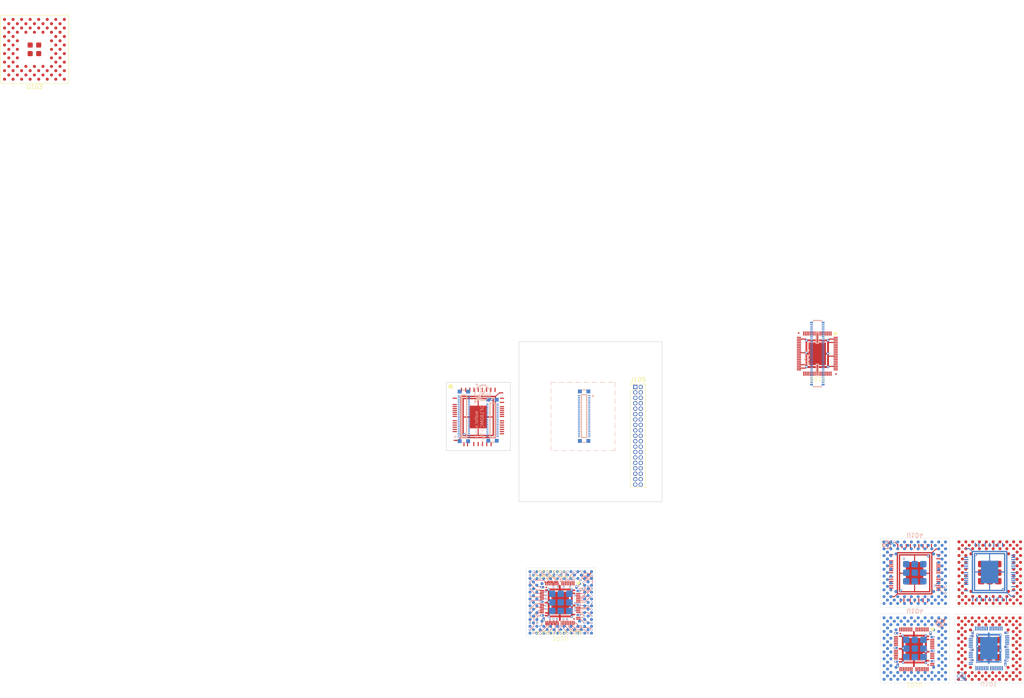
<source format=kicad_pcb>
(kicad_pcb (version 20241229) (generator "pcbnew") (generator_version "9.0")
  (layers (0 "F.Cu" signal) (2 "B.Cu" signal) (13 "F.Paste" user) (15 "B.Paste" user) (5 "F.SilkS" user "F.Silkscreen") (7 "B.SilkS" user "B.Silkscreen") (1 "F.Mask" user) (3 "B.Mask" user) (25 "Edge.Cuts" user))
  (net 0 "")
  (net 1 "/PIN 34")
  (net 2 "/PIN 11")
  (net 3 "/PIN 9")
  (net 4 "/PIN 18")
  (net 5 "/PIN 28")
  (net 6 "/PIN 66")
  (net 7 "/PIN 13")
  (net 8 "/PIN 55")
  (net 9 "/PIN 53")
  (net 10 "/PIN 1")
  (net 11 "/PIN 39")
  (net 12 "/PIN 44")
  (net 13 "/PIN 20")
  (net 14 "/PIN 3")
  (net 15 "/PIN 32")
  (net 16 "/PIN 26")
  (net 17 "/PIN 68")
  (net 18 "/PIN 65")
  (net 19 "/PIN 5")
  (net 20 "/PIN 37")
  (net 21 "/PIN 7")
  (net 22 "/PIN 45")
  (net 23 "/PIN 24")
  (net 24 "/PIN 51")
  (net 25 "/PIN 8")
  (net 26 "/PIN 46")
  (net 27 "/PIN 42")
  (net 28 "/PIN 36")
  (net 29 "/PIN 15")
  (net 30 "/PIN 14")
  (net 31 "GND")
  (net 32 "/PIN 16")
  (net 33 "/PIN 22")
  (net 34 "/PIN 43")
  (net 35 "/PIN 67")
  (net 36 "/PIN 12")
  (net 37 "/PIN 41")
  (net 38 "/PIN 56")
  (net 39 "/PIN 62")
  (net 40 "/PIN 31")
  (net 41 "/PIN 63")
  (net 42 "unconnected-(U101-flash_csb-Pad17)")
  (net 43 "unconnected-(U101-mprj_io[23]-Pad45)")
  (net 44 "unconnected-(U101-mprj_io[0]_JTAG-Pad22)")
  (net 45 "unconnected-(U101-vdd-Pad47)")
  (net 46 "unconnected-(U101-mprj_io[22]-Pad44)")
  (net 47 "unconnected-(U101-mprj_io[1]_SDO-Pad23)")
  (net 48 "unconnected-(U101-mprj_io[7]-Pad29)")
  (net 50 "unconnected-(U101-mprj_io[21]-Pad43)")
  (net 51 "unconnected-(U101-resetb-Pad15)")
  (net 52 "unconnected-(U101-mprj_io[6]_ser_tx-Pad28)")
  (net 53 "unconnected-(U101-mprj_io[9]-Pad31)")
  (net 54 "unconnected-(U101-mprj_io[13]-Pad35)")
  (net 55 "unconnected-(U101-clock-Pad16)")
  (net 56 "unconnected-(U101-mprj_io[36]-Pad13)")
  (net 57 "unconnected-(U101-mprj_io[3]_CSB-Pad25)")
  (net 58 "unconnected-(U101-mprj_io[35]-Pad12)")
  (net 59 "unconnected-(U101-mprj_io[29]-Pad6)")
  (net 60 "unconnected-(U101-mprj_io[19]-Pad41)")
  (net 61 "unconnected-(U101-mprj_io[18]-Pad40)")
  (net 62 "unconnected-(U101-mprj_io[20]-Pad42)")
  (net 63 "unconnected-(U101-gpio-Pad21)")
  (net 64 "unconnected-(U101-mprj_io[8]-Pad30)")
  (net 66 "unconnected-(U101-flash_clk-Pad18)")
  (net 67 "unconnected-(U101-mprj_io[32]-Pad9)")
  (net 68 "unconnected-(U101-mprj_io[34]-Pad11)")
  (net 69 "unconnected-(U101-mprj_io[2]_SDI-Pad24)")
  (net 70 "unconnected-(U101-mprj_io[26]-Pad3)")
  (net 71 "unconnected-(U101-mprj_io[30]-Pad7)")
  (net 72 "unconnected-(U101-mprj_io[24]-Pad1)")
  (net 73 "unconnected-(U101-mprj_io[4]_SCK-Pad26)")
  (net 74 "unconnected-(U101-mprj_io[28]-Pad5)")
  (net 75 "unconnected-(U101-flash_io1-Pad20)")
  (net 77 "unconnected-(U101-vss-Pad48)")
  (net 78 "unconnected-(U101-mprj_io[15]-Pad37)")
  (net 79 "unconnected-(U101-mprj_io[16]-Pad38)")
  (net 80 "unconnected-(U101-mprj_io[17]-Pad39)")
  (net 82 "unconnected-(U101-mprj_io[25]-Pad2)")
  (net 83 "unconnected-(U101-mprj_io[31]-Pad8)")
  (net 84 "unconnected-(U101-mprj_io[33]-Pad10)")
  (net 85 "unconnected-(U101-mprj_io[10]-Pad32)")
  (net 86 "unconnected-(U101-mprj_io[37]-Pad14)")
  (net 87 "unconnected-(U101-mprj_io[11]-Pad33)")
  (net 88 "unconnected-(U101-mprj_io[27]-Pad4)")
  (net 89 "/PIN 69")
  (net 90 "/PIN 38")
  (net 91 "/PIN 25")
  (net 92 "/PIN 33")
  (net 93 "/PIN 59")
  (net 94 "/PIN 49")
  (net 95 "/PIN 40")
  (net 96 "/PIN 52")
  (net 97 "/PIN 29")
  (net 98 "/PIN 17")
  (net 99 "/PIN 58")
  (net 100 "/PIN 48")
  (net 101 "/PIN 6")
  (net 102 "/PIN 19")
  (net 103 "/PIN 50")
  (net 104 "/PIN 4")
  (net 105 "/PIN 2")
  (net 106 "/PIN 27")
  (net 107 "/PIN 30")
  (net 108 "/PIN 54")
  (net 109 "/PIN 23")
  (net 110 "/PIN 60")
  (net 111 "/PIN 57")
  (net 112 "/PIN 70")
  (net 113 "/PIN 61")
  (net 114 "/PIN 21")
  (net 115 "/PIN 64")
  (net 116 "/PIN 10")
  (net 117 "/PIN 47")
  (net 150 "unconnected-(U102-mprj_io[0]_JTAG-Pad22)")
  (net 157 "unconnected-(U102-mprj_io[1]_SDO-Pad23)")
  (net 165 "unconnected-(U102-mprj_io[2]_SDI-Pad24)")
  (net 190 "unconnected-(U102-mprj_io[23]-Pad45)")
  (footprint "WafeSpace:waferspace_default_padring_v0" (layer "F.Cu") (at 131.178 137.6734 180)
    (property "Reference" "U101")
    (property "Value" "Caravel_COB")
  )
  (footprint "WafeSpace:caravel_gfmpw_1_0_asap" (layer "F.Cu") (at 214.1115 123.871)
    (property "Reference" "U102" (hide yes))
    (property "Value" "Caravel_COB")
  )
  (footprint "Symbol:waferspace_pin1" (layer "F.Cu") (at 207.69 123.91)
    (property "Reference" "G***" (hide yes))
    (property "Value" "LOGO" (hide yes))
  )
  (footprint "WafeSpace:caravel_gfmpw_1_0_asap" (layer "F.Cu") (at 111.9365 87.271)
    (property "Reference" "U102" (hide yes))
    (property "Value" "Caravel_COB")
  )
  (footprint "WafeSpace:LGA1" (layer "F.Cu") (at 231.73175 130.579)
    (property "Reference" "U104" (hide yes))
    (property "Value" "Caravel_COB")
  )
  (footprint "WafeSpace:LGA2" (layer "F.Cu") (at 8.06 8.06)
    (property "Reference" "U103")
    (property "Value" "Caravel_COB")
  )
  (footprint "WafeSpace:waferspace_default_padring_v0" (layer "F.Cu") (at 214.075 148.476 180)
    (property "Reference" "U101")
    (property "Value" "Caravel_COB")
  )
  (footprint "Symbol:waferspace_pin1" (layer "F.Cu") (at 137.321 131.4374)
    (property "Reference" "G***" (hide yes))
    (property "Value" "LOGO" (hide yes))
  )
  (footprint "WafeSpace:LGA1" (layer "F.Cu") (at 231.62 148.38)
    (property "Reference" "U104" (hide yes))
    (property "Value" "Caravel_COB")
  )
  (footprint "WafeSpace:waferspace_default_padring_v0.1" (layer "F.Cu") (at 191.365 79.3 180)
    (property "Reference" "J102")
    (property "Value" "Conn_2Rows-76Pins")
  )
  (footprint "Connector_PinHeader_1.27mm:PinHeader_2x19_P1.27mm_Vertical" (layer "F.Cu") (at 148.75 87.11)
    (property "Reference" "J105")
    (property "Value" "Conn_02x10_Odd_Even")
  )
  (footprint "Symbol:waferspace_pin1" (layer "F.Cu") (at 220.218 142.24)
    (property "Reference" "G***" (hide yes))
    (property "Value" "LOGO" (hide yes))
  )
  (footprint "Symbol:waferspace_pin1" (layer "B.Cu") (at 225.135 155.07)
    (property "Reference" "G***" (hide yes))
    (property "Value" "LOGO" (hide yes))
  )
  (footprint "WafeSpace:LGA1" (layer "B.Cu") (at 214.175 130.6)
    (property "Reference" "U104")
    (property "Value" "Caravel_COB")
  )
  (footprint "Connector_Mezzanine:CONN-SMD_YXT-BB10-50S-02" (layer "B.Cu") (at 108.61 94 -90)
    (property "Reference" "J103" (hide yes))
    (property "Value" "Conn_02x20_Counter_Clockwise_MountingPin" (hide yes))
  )
  (footprint "Symbol:waferspace" (layer "B.Cu") (at 112.723634 88.608798 -90)
    (property "Reference" "G***" (hide yes))
    (property "Value" "LOGO" (hide yes))
  )
  (footprint "WafeSpace:waferspace_default_padring_v0" (layer "B.Cu") (at 231.505 148.26)
    (property "Reference" "U101")
    (property "Value" "Caravel_COB")
  )
  (footprint "WafeSpace:caravel_gfmpw_1_0_asap" (layer "B.Cu") (at 231.66825 137.308)
    (property "Reference" "U102" (hide yes))
    (property "Value" "Caravel_COB")
  )
  (footprint "WafeSpace:LGA1" (layer "B.Cu") (at 214.19 148.356)
    (property "Reference" "U104")
    (property "Value" "Caravel_COB")
  )
  (footprint "WafeSpace:LGA1" (layer "B.Cu") (at 131.293 137.5534)
    (property "Reference" "U104" (hide yes))
    (property "Value" "Caravel_COB")
  )
  (footprint "Connector_Mezzanine:CONN-SMD_YXT-BB10-40S-02" (layer "B.Cu") (at 115.31 94.9 -90)
    (property "Reference" "J104" (hide yes))
    (property "Value" "Conn_02x20_Counter_Clockwise_MountingPin" (hide yes))
  )
  (footprint "Connector_Mezzanine:CONN-SMD_YXT-BB10-50S-02" (layer "B.Cu") (at 136.76 93.95 90)
    (property "Reference" "J103" (hide yes))
    (property "Value" "Conn_02x20_Counter_Clockwise_MountingPin" (hide yes))
  )
  (footprint "Connector_Mezzanine:CONN-SMD_70P-P0.40_HCTL_HC-PBB40C-70DP-0.4V-02" (layer "B.Cu") (at 191.365 79.3 -90)
    (property "Reference" "J101")
    (property "Value" "Conn_02x35_Counter_Clockwise_MountingPin" (hide yes))
  )
  (gr_line (start 131.178 143.0984) (end 131.178 141.0484) (stroke (width 0.1)) (layer "F.Cu") (net 67))
  (gr_line (start 135.49 138.28) (end 137.54 138.28) (stroke (width 0.1)) (layer "F.Cu") (net 67))
  (gr_line (start 131.17 131.79) (end 131.17 132.87) (stroke (width 0.1)) (layer "F.Cu") (net 67))
  (gr_line (start 130.49 131.12) (end 131.17 131.79) (stroke (width 0.1)) (layer "F.Cu") (net 67))
  (gr_line (start 137.54 138.285) (end 137.63 138.36) (stroke (width 0.1)) (layer "F.Cu") (net 67))
  (gr_line (start 135.49 134.28) (end 136.57 134.28) (stroke (width 0.1)) (layer "F.Cu") (net 67))
  (gr_circle (center 105.5 87) (end 105.7 87.2) (stroke (width 0.53)) (fill no) (layer "F.SilkS"))
  (gr_rect (start 129 86) (end 144 102) (stroke (width 0.1) (type dash_dot)) (fill no) (layer "B.SilkS"))
  (gr_rect (start 224 123) (end 239.5 138.5) (stroke (width 0.05)) (fill no) (layer "Edge.Cuts"))
  (gr_rect (start 123.218 129.4534) (end 139.418 145.6534) (stroke (width 0.05)) (fill no) (layer "Edge.Cuts"))
  (gr_line (start 119.5 102) (end 104.5 102) (stroke (width 0.1)) (layer "Edge.Cuts"))
  (gr_line (start 104.5 102) (end 104.5 86) (stroke (width 0.1)) (layer "Edge.Cuts"))
  (gr_rect (start 121.5 76.5) (end 155 114) (stroke (width 0.1)) (fill no) (layer "Edge.Cuts"))
  (gr_rect (start 206.1 122.5) (end 222.3 138.7) (stroke (width 0.05)) (fill no) (layer "Edge.Cuts"))
  (gr_rect (start 223.545 140.28) (end 239.745 156.48) (stroke (width 0.05)) (fill no) (layer "Edge.Cuts"))
  (gr_line (start 104.5 86) (end 119.5 86) (stroke (width 0.1)) (layer "Edge.Cuts"))
  (gr_rect (start 206.115 140.256) (end 222.315 156.456) (stroke (width 0.05)) (fill no) (layer "Edge.Cuts"))
  (gr_line (start 119.5 86) (end 119.5 102) (stroke (width 0.1)) (layer "Edge.Cuts"))
  (gr_text "wafer.space \nGF180MCU Run 1" (at 129.3 132.03 0) (layer "F.SilkS") (effects (font (size 0.8 0.8)) (justify bottom)))
  (gr_text "74 PAD LGA COB\n" (at 130.46 145.34 0) (layer "F.SilkS") (effects (font (size 1 1)) (justify bottom)))
  (gr_text "wafer.space \nGF180MCU Run 1" (at 113.4 96.2 90) (layer "B.SilkS") (effects (font (size 0.8 0.8)) (justify bottom mirror)))
  (segment (start 135.478 138.6734) (end 135.6156 138.811) (width 0.1) (layer "F.Cu") (net 0))
  (segment (start 138.671569 131.251569) (end 138.64 131.22) (width 0.1) (layer "F.Cu") (net 0))
  (segment (start 136.58 133.54) (end 136.58 132.86) (width 0.1) (layer "F.Cu") (net 0))
  (segment (start 132.778 141.452) (end 132.78 141.45) (width 0.1) (layer "F.Cu") (net 0))
  (segment (start 134.1 144.79) (end 134.5 144.79) (width 0.1) (layer "F.Cu") (net 0))
  (segment (start 137.58 135.99) (end 137.58 135.34) (width 0.1) (layer "F.Cu") (net 0))
  (segment (start 133.178 143.368) (end 133.78 143.97) (width 0.1) (layer "F.Cu") (net 0))
  (segment (start 132.378 142.3734) (end 132.378 143.068) (width 0.1) (layer "F.Cu") (net 0))
  (segment (start 134.6 138.8) (end 134.6 138.69) (width 0.1) (layer "F.Cu") (net 0))
  (segment (start 133.178 142.3734) (end 133.178 143.368) (width 0.1) (layer "F.Cu") (net 0))
  (segment (start 134.27 143.24) (end 134.53 143.5) (width 0.1) (layer "F.Cu") (net 0))
  (segment (start 132.378 143.068) (end 134.04 144.73) (width 0.1) (layer "F.Cu") (net 0))
  (segment (start 136.3634 140.2734) (end 136.86 140.77) (width 0.1) (layer "F.Cu") (net 0))
  (segment (start 136.91 143.97) (end 137.71 144.77) (width 0.1) (layer "F.Cu") (net 0))
  (segment (start 137.816811 138.811) (end 138.55 138.077811) (width 0.1) (layer "F.Cu") (net 0))
  (segment (start 135.478 139.8734) (end 137.6234 139.8734) (width 0.1) (layer "F.Cu") (net 0))
  (segment (start 135.4746 135.89) (end 135.478 135.8866) (width 0.1) (layer "F.Cu") (net 0))
  (segment (start 135.478 140.2734) (end 136.3634 140.2734) (width 0.1) (layer "F.Cu") (net 0))
  (segment (start 135.478 135.4734) (end 136.5366 135.4734) (width 0.1) (layer "F.Cu") (net 0))
  (segment (start 135.478 141.4734) (end 135.9234 141.4734) (width 0.1) (layer "F.Cu") (net 0))
  (segment (start 134.6 138.69) (end 134.6166 138.6734) (width 0.1) (layer "F.Cu") (net 0))
  (segment (start 133.578 143.218) (end 133.88 143.52) (width 0.1) (layer "F.Cu") (net 0))
  (segment (start 136.4234 141.0734) (end 137.7 142.35) (width 0.1) (layer "F.Cu") (net 0))
  (segment (start 138.671569 133.428431) (end 138.671569 131.251569) (width 0.1) (layer "F.Cu") (net 0))
  (segment (start 137.021 133.981) (end 136.58 133.54) (width 0.1) (layer "F.Cu") (net 0))
  (segment (start 138.06 143.5) (end 138.51 143.95) (width 0.1) (layer "F.Cu") (net 0))
  (segment (start 135.51 132.77) (end 135.98 132.3) (width 0.1) (layer "F.Cu") (net 0))
  (segment (start 137.71 134.24) (end 137.71 133.67) (width 0.1) (layer "F.Cu") (net 0))
  (segment (start 134.16 144.35) (end 135.74 144.35) (width 0.1) (layer "F.Cu") (net 0))
  (segment (start 135.74 144.35) (end 136.09 144.7) (width 0.1) (layer "F.Cu") (net 0))
  (segment (start 137.021 134.466811) (end 137.021 133.981) (width 0.1) (layer "F.Cu") (net 0))
  (segment (start 135.478 137.4734) (end 136.9866 137.4734) (width 0.1) (layer "F.Cu") (net 0))
  (segment (start 138.09 134.43) (end 138.09 134.01) (width 0.1) (layer "F.Cu") (net 0))
  (segment (start 135.478 135.8866) (end 135.478 135.8734) (width 0.1) (layer "F.Cu") (net 0))
  (segment (start 136.88 136.05) (end 136.2566 136.6734) (width 0.1) (layer "F.Cu") (net 0))
  (segment (start 135.478 136.2734) (end 136.2466 136.2734) (width 0.1) (layer "F.Cu") (net 0))
  (segment (start 137.74 134.27) (end 137.71 134.24) (width 0.1) (layer "F.Cu") (net 0))
  (segment (start 133.78 143.97) (end 134.16 144.35) (width 0.1) (layer "F.Cu") (net 0))
  (segment (start 134.04 144.73) (end 134.1 144.79) (width 0.1) (layer "F.Cu") (net 0))
  (segment (start 134.53 143.5) (end 136.79 143.5) (width 0.1) (layer "F.Cu") (net 0))
  (segment (start 136.2466 136.2734) (end 138.09 134.43) (width 0.1) (layer "F.Cu") (net 0))
  (segment (start 134.33 143.97) (end 136.47 143.97) (width 0.1) (layer "F.Cu") (net 0))
  (segment (start 135.478 137.0734) (end 136.4966 137.0734) (width 0.1) (layer "F.Cu") (net 0))
  (segment (start 137.58 135.34) (end 138.59 134.33) (width 0.1) (layer "F.Cu") (net 0))
  (segment (start 134.8334 142.3734) (end 135.54 143.08) (width 0.1) (layer "F.Cu") (net 0))
  (segment (start 136.47 143.97) (end 136.91 143.97) (width 0.1) (layer "F.Cu") (net 0))
  (segment (start 135.478 141.0734) (end 136.4234 141.0734) (width 0.1) (layer "F.Cu") (net 0))
  (segment (start 136.4966 137.0734) (end 137.58 135.99) (width 0.1) (layer "F.Cu") (net 0))
  (segment (start 136.5366 135.4734) (end 137.74 134.27) (width 0.1) (layer "F.Cu") (net 0))
  (segment (start 136.09 144.7) (end 136.09 144.77) (width 0.1) (layer "F.Cu") (net 0))
  (segment (start 133.578 142.3734) (end 133.578 143.218) (width 0.1) (layer "F.Cu") (net 0))
  (segment (start 135.9234 141.4734) (end 136.82 142.37) (width 0.1) (layer "F.Cu") (net 0))
  (segment (start 135.478 134.6734) (end 135.5356 134.731) (width 0.1) (layer "F.Cu") (net 0))
  (segment (start 134.378 142.3734) (end 134.8334 142.3734) (width 0.1) (layer "F.Cu") (net 0))
  (segment (start 136.99 136.05) (end 136.88 136.05) (width 0.1) (layer "F.Cu") (net 0))
  (segment (start 137.6234 139.8734) (end 138.51 140.76) (width 0.1) (layer "F.Cu") (net 0))
  (segment (start 135.5356 134.731) (end 136.756811 134.731) (width 0.1) (layer "F.Cu") (net 0))
  (segment (start 138.3734 139.0734) (end 138.48 139.18) (width 0.1) (layer "F.Cu") (net 0))
  (segment (start 136.9866 137.4734) (end 138.5 135.96) (width 0.1) (layer "F.Cu") (net 0))
  (segment (start 137.7 142.35) (end 138.53 142.35) (width 0.1) (layer "F.Cu") (net 0))
  (segment (start 133.88 143.52) (end 134.33 143.97) (width 0.1) (layer "F.Cu") (net 0))
  (segment (start 134.61 135.9) (end 134.62 135.89) (width 0.1) (layer "F.Cu") (net 0))
  (segment (start 135.478 133.8734) (end 135.51 133.8734) (width 0.1) (layer "F.Cu") (net 0))
  (segment (start 133.978 142.948) (end 134.27 143.24) (width 0.1) (layer "F.Cu") (net 0))
  (segment (start 133.978 142.3734) (end 133.978 142.948) (width 0.1) (layer "F.Cu") (net 0))
  (segment (start 136.79 143.5) (end 138.06 143.5) (width 0.1) (layer "F.Cu") (net 0))
  (segment (start 135.51 133.8734) (end 135.51 132.77) (width 0.1) (layer "F.Cu") (net 0))
  (segment (start 134.62 135.89) (end 135.4746 135.89) (width 0.1) (layer "F.Cu") (net 0))
  (segment (start 135.478 139.0734) (end 138.3734 139.0734) (width 0.1) (layer "F.Cu") (net 0))
  (segment (start 134.6166 138.6734) (end 135.478 138.6734) (width 0.1) (layer "F.Cu") (net 0))
  (segment (start 138.55 138.077811) (end 138.55 137.56) (width 0.1) (layer "F.Cu") (net 0))
  (segment (start 134.5866 139.4734) (end 135.478 139.4734) (width 0.1) (layer "F.Cu") (net 0))
  (segment (start 136.2566 136.6734) (end 135.478 136.6734) (width 0.1) (layer "F.Cu") (net 0))
  (segment (start 135.54 143.08) (end 136.07 143.08) (width 0.1) (layer "F.Cu") (net 0))
  (segment (start 135.6156 138.811) (end 137.816811 138.811) (width 0.1) (layer "F.Cu") (net 0))
  (segment (start 136.756811 134.731) (end 137.021 134.466811) (width 0.1) (layer "F.Cu") (net 0))
  (segment (start 138.09 134.01) (end 138.671569 133.428431) (width 0.1) (layer "F.Cu") (net 0))
  (segment (start 132.778 142.3734) (end 132.778 141.452) (width 0.1) (layer "F.Cu") (net 0))
  (via (at 138.48 139.18) (size 0.45) (drill 0.3) (layers "F.Cu" "B.Cu") (net 0))
  (via (at 136.58 132.86) (size 0.45) (drill 0.3) (layers "F.Cu" "B.Cu") (net 0))
  (via (at 132.78 141.45) (size 0.45) (drill 0.3) (layers "F.Cu" "B.Cu") (net 0))
  (via (at 134.5 144.79) (size 0.45) (drill 0.3) (layers "F.Cu" "B.Cu") (net 0))
  (via (at 134.61 135.9) (size 0.45) (drill 0.3) (layers "F.Cu" "B.Cu") (net 0))
  (via (at 135.98 132.3) (size 0.45) (drill 0.3) (layers "F.Cu" "B.Cu") (net 0))
  (via (at 137.71 144.77) (size 0.45) (drill 0.3) (layers "F.Cu" "B.Cu") (net 0))
  (via (at 134.5866 139.4734) (size 0.45) (drill 0.3) (layers "F.Cu" "B.Cu") (net 0))
  (via (at 136.82 142.37) (size 0.45) (drill 0.3) (layers "F.Cu" "B.Cu") (net 0))
  (via (at 136.99 136.05) (size 0.45) (drill 0.3) (layers "F.Cu" "B.Cu") (net 0))
  (via (at 138.5 135.96) (size 0.45) (drill 0.3) (layers "F.Cu" "B.Cu") (net 0))
  (via (at 134.6 138.8) (size 0.45) (drill 0.3) (layers "F.Cu" "B.Cu") (net 0))
  (via (at 138.51 140.76) (size 0.45) (drill 0.3) (layers "F.Cu" "B.Cu") (net 0))
  (via (at 138.64 131.22) (size 0.45) (drill 0.3) (layers "F.Cu" "B.Cu") (net 0))
  (via (at 136.07 143.08) (size 0.45) (drill 0.3) (layers "F.Cu" "B.Cu") (net 0))
  (via (at 138.53 142.35) (size 0.45) (drill 0.3) (layers "F.Cu" "B.Cu") (net 0))
  (via (at 138.51 143.95) (size 0.45) (drill 0.3) (layers "F.Cu" "B.Cu") (net 0))
  (via (at 138.55 137.56) (size 0.45) (drill 0.3) (layers "F.Cu" "B.Cu") (net 0))
  (via (at 211.65 127.35) (size 0.45) (drill 0.3) (layers "F.Cu" "B.Cu") (net 0))
  (via (at 137.71 133.67) (size 0.45) (drill 0.3) (layers "F.Cu" "B.Cu") (net 0))
  (via (at 136.09 144.77) (size 0.45) (drill 0.3) (layers "F.Cu" "B.Cu") (net 0))
  (via (at 138.59 134.33) (size 0.45) (drill 0.3) (layers "F.Cu" "B.Cu") (net 0))
  (via (at 136.86 140.77) (size 0.45) (drill 0.3) (layers "F.Cu" "B.Cu") (net 0))
  (segment (start 127.45 132.81) (end 127.45 132.45) (width 0.1) (layer "F.Cu") (net 42))
  (segment (start 127.6134 132.9734) (end 127.45 132.81) (width 0.1) (layer "F.Cu") (net 42))
  (segment (start 127.45 132.45) (end 127.37 132.37) (width 0.1) (layer "F.Cu") (net 42))
  (segment (start 125.33 132.37) (end 124.9 131.94) (width 0.1) (layer "F.Cu") (net 42))
  (segment (start 127.37 132.37) (end 125.33 132.37) (width 0.1) (layer "F.Cu") (net 42))
  (segment (start 127.978 132.9734) (end 127.6134 132.9734) (width 0.1) (layer "F.Cu") (net 42))
  (via (at 124.9 131.94) (size 0.45) (drill 0.3) (layers "F.Cu" "B.Cu") (net 42))
  (segment (start 130.778 144.278) (end 131.28 144.78) (width 0.1) (layer "F.Cu") (net 43))
  (segment (start 130.778 142.3734) (end 130.778 144.278) (width 0.1) (layer "F.Cu") (net 43))
  (via (at 131.28 144.78) (size 0.45) (drill 0.3) (layers "F.Cu" "B.Cu") (net 43))
  (segment (start 125.1834 135.4734) (end 124.07 134.36) (width 0.1) (layer "F.Cu") (net 44))
  (segment (start 126.878 135.4734) (end 125.1834 135.4734) (width 0.1) (layer "F.Cu") (net 44))
  (via (at 124.07 134.36) (size 0.45) (drill 0.3) (layers "F.Cu" "B.Cu") (net 44))
  (segment (start 132.87 144.62) (end 132.87 144.78) (width 0.1) (layer "F.Cu") (net 45))
  (segment (start 131.578 142.3734) (end 131.578 143.078) (width 0.1) (layer "F.Cu") (net 45))
  (segment (start 131.86 143.61) (end 132.87 144.62) (width 0.1) (layer "F.Cu") (net 45))
  (segment (start 131.86 143.36) (end 131.86 143.61) (width 0.1) (layer "F.Cu") (net 45))
  (segment (start 131.578 143.078) (end 131.86 143.36) (width 0.1) (layer "F.Cu") (net 45))
  (via (at 132.87 144.78) (size 0.45) (drill 0.3) (layers "F.Cu" "B.Cu") (net 45))
  (segment (start 130.378 142.3734) (end 130.378 141.482) (width 0.1) (layer "F.Cu") (net 46))
  (segment (start 130.378 141.482) (end 130.41 141.45) (width 0.1) (layer "F.Cu") (net 46))
  (via (at 130.41 141.45) (size 0.45) (drill 0.3) (layers "F.Cu" "B.Cu") (net 46))
  (segment (start 127.85 135.8734) (end 126.878 135.8734) (width 0.1) (layer "F.Cu") (net 47))
  (via (at 127.85 135.8734) (size 0.45) (drill 0.3) (layers "F.Cu" "B.Cu") (net 47))
  (segment (start 127.9034 138.2734) (end 126.878 138.2734) (width 0.1) (layer "F.Cu") (net 48))
  (via (at 127.9034 138.2734) (size 0.45) (drill 0.3) (layers "F.Cu" "B.Cu") (net 48))
  (segment (start 129.978 142.3734) (end 129.978 144.522) (width 0.1) (layer "F.Cu") (net 50))
  (segment (start 129.978 144.522) (end 129.71 144.79) (width 0.1) (layer "F.Cu") (net 50))
  (via (at 129.71 144.79) (size 0.45) (drill 0.3) (layers "F.Cu" "B.Cu") (net 50))
  (segment (start 124.9 130.3) (end 124.9 130.28) (width 0.1) (layer "F.Cu") (net 51))
  (segment (start 128.778 132.9734) (end 128.778 132.168) (width 0.1) (layer "F.Cu") (net 51))
  (segment (start 128 131.39) (end 127.95 131.34) (width 0.1) (layer "F.Cu") (net 51))
  (segment (start 127.95 131.34) (end 125.94 131.34) (width 0.1) (layer "F.Cu") (net 51))
  (segment (start 125.94 131.34) (end 124.9 130.3) (width 0.1) (layer "F.Cu") (net 51))
  (segment (start 128.778 132.168) (end 128 131.39) (width 0.1) (layer "F.Cu") (net 51))
  (via (at 124.9 130.28) (size 0.45) (drill 0.3) (layers "F.Cu" "B.Cu") (net 51))
  (segment (start 126.878 137.8734) (end 125.3566 137.8734) (width 0.1) (layer "F.Cu") (net 52))
  (segment (start 125.3566 137.8734) (end 124.07 139.16) (width 0.1) (layer "F.Cu") (net 52))
  (via (at 124.07 139.16) (size 0.45) (drill 0.3) (layers "F.Cu" "B.Cu") (net 52))
  (segment (start 127.8734 139.0734) (end 126.878 139.0734) (width 0.1) (layer "F.Cu") (net 53))
  (via (at 127.8734 139.0734) (size 0.45) (drill 0.3) (layers "F.Cu" "B.Cu") (net 53))
  (segment (start 126.878 140.6734) (end 126.0166 140.6734) (width 0.1) (layer "F.Cu") (net 54))
  (segment (start 126.0166 140.6734) (end 125.77 140.92) (width 0.1) (layer "F.Cu") (net 54))
  (segment (start 125.77 140.92) (end 125.77 142.34) (width 0.1) (layer "F.Cu") (net 54))
  (via (at 125.77 142.34) (size 0.45) (drill 0.3) (layers "F.Cu" "B.Cu") (net 54))
  (segment (start 128.378 132.3264) (end 127.9616 131.91) (width 0.1) (layer "F.Cu") (net 55))
  (segment (start 128.378 132.9734) (end 128.378 132.3264) (width 0.1) (layer "F.Cu") (net 55))
  (segment (start 127.9616 131.91) (end 126.47 131.91) (width 0.1) (layer "F.Cu") (net 55))
  (via (at 126.47 131.91) (size 0.45) (drill 0.3) (layers "F.Cu" "B.Cu") (net 55))
  (segment (start 129.578 132.9734) (end 129.578 133.942) (width 0.1) (layer "F.Cu") (net 56))
  (segment (start 129.578 133.942) (end 129.57 133.95) (width 0.1) (layer "F.Cu") (net 56))
  (via (at 129.57 133.95) (size 0.45) (drill 0.3) (layers "F.Cu" "B.Cu") (net 56))
  (segment (start 127.87 136.6734) (end 126.878 136.6734) (width 0.1) (layer "F.Cu") (net 57))
  (via (at 127.87 136.6734) (size 0.45) (drill 0.3) (layers "F.Cu" "B.Cu") (net 57))
  (segment (start 129.978 132.9734) (end 129.978 132.228) (width 0.1) (layer "F.Cu") (net 58))
  (segment (start 129.978 132.228) (end 128.11 130.36) (width 0.1) (layer "F.Cu") (net 58))
  (via (at 128.11 130.36) (size 0.45) (drill 0.3) (layers "F.Cu" "B.Cu") (net 58))
  (segment (start 132.378 132.9734) (end 132.378 130.872) (width 0.1) (layer "F.Cu") (net 59))
  (segment (start 132.378 130.872) (end 132.89 130.36) (width 0.1) (layer "F.Cu") (net 59))
  (via (at 132.89 130.36) (size 0.45) (drill 0.3) (layers "F.Cu" "B.Cu") (net 59))
  (segment (start 129.178 143.732) (end 128.11 144.8) (width 0.1) (layer "F.Cu") (net 60))
  (segment (start 129.178 142.3734) (end 129.178 143.732) (width 0.1) (layer "F.Cu") (net 60))
  (via (at 128.11 144.8) (size 0.45) (drill 0.3) (layers "F.Cu" "B.Cu") (net 60))
  (segment (start 128.778 141.498) (end 128.75 141.47) (width 0.1) (layer "F.Cu") (net 61))
  (segment (start 128.778 142.3734) (end 128.778 141.498) (width 0.1) (layer "F.Cu") (net 61))
  (via (at 128.75 141.47) (size 0.45) (drill 0.3) (layers "F.Cu" "B.Cu") (net 61))
  (segment (start 129.578 142.3734) (end 129.578 141.452) (width 0.1) (layer "F.Cu") (net 62))
  (segment (start 129.578 141.452) (end 129.58 141.45) (width 0.1) (layer "F.Cu") (net 62))
  (via (at 129.58 141.45) (size 0.45) (drill 0.3) (layers "F.Cu" "B.Cu") (net 62))
  (segment (start 127.84 135.0734) (end 126.878 135.0734) (width 0.1) (layer "F.Cu") (net 63))
  (via (at 127.84 135.0734) (size 0.45) (drill 0.3) (layers "F.Cu" "B.Cu") (net 63))
  (segment (start 126.878 138.6734) (end 125.6466 138.6734) (width 0.1) (layer "F.Cu") (net 64))
  (segment (start 125.6466 138.6734) (end 124.13 140.19) (width 0.1) (layer "F.Cu") (net 64))
  (segment (start 124.13 140.19) (end 124.13 140.71) (width 0.1) (layer "F.Cu") (net 64))
  (via (at 124.13 140.71) (size 0.45) (drill 0.3) (layers "F.Cu" "B.Cu") (net 64))
  (segment (start 125.8834 133.8734) (end 124.1 132.09) (width 0.1) (layer "F.Cu") (net 66))
  (segment (start 126.878 133.8734) (end 125.8834 133.8734) (width 0.1) (layer "F.Cu") (net 66))
  (segment (start 124.1 132.09) (end 124.1 131.13) (width 0.1) (layer "F.Cu") (net 66))
  (via (at 124.1 131.13) (size 0.45) (drill 0.3) (layers "F.Cu" "B.Cu") (net 66))
  (segment (start 134.64 137.74) (end 134.7734 137.8734) (width 0.1) (layer "F.Cu") (net 67))
  (segment (start 134.7734 137.8734) (end 135.478 137.8734) (width 0.1) (layer "F.Cu") (net 67))
  (via (at 136.57 134.28) (size 0.45) (drill 0.3) (layers "F.Cu" "B.Cu") (net 67))
  (via (at 131.25 143.27) (size 0.45) (drill 0.3) (layers "F.Cu" "B.Cu") (net 67))
  (via (at 130.5 131.14) (size 0.45) (drill 0.3) (layers "F.Cu" "B.Cu") (net 67))
  (via (at 134.64 137.74) (size 0.45) (drill 0.3) (layers "F.Cu" "B.Cu") (net 67))
  (via (at 137.63 138.36) (size 0.45) (drill 0.3) (layers "F.Cu" "B.Cu") (net 67))
  (segment (start 130.378 132.198) (end 129.72 131.54) (width 0.1) (layer "F.Cu") (net 68))
  (segment (start 129.72 131.54) (end 129.72 130.34) (width 0.1) (layer "F.Cu") (net 68))
  (segment (start 130.378 132.9734) (end 130.378 132.198) (width 0.1) (layer "F.Cu") (net 68))
  (via (at 129.72 130.34) (size 0.45) (drill 0.3) (layers "F.Cu" "B.Cu") (net 68))
  (segment (start 126.878 136.2734) (end 124.4034 136.2734) (width 0.1) (layer "F.Cu") (net 69))
  (segment (start 124.4034 136.2734) (end 124.07 135.94) (width 0.1) (layer "F.Cu") (net 69))
  (via (at 124.07 135.94) (size 0.45) (drill 0.3) (layers "F.Cu" "B.Cu") (net 69))
  (segment (start 133.578 132.9734) (end 133.578 133.802) (width 0.1) (layer "F.Cu") (net 70))
  (segment (start 133.578 133.802) (end 133.48 133.9) (width 0.1) (layer "F.Cu") (net 70))
  (via (at 133.48 133.9) (size 0.45) (drill 0.3) (layers "F.Cu" "B.Cu") (net 70))
  (segment (start 131.978 132.9734) (end 131.978 133.938) (width 0.1) (layer "F.Cu") (net 71))
  (segment (start 131.978 133.938) (end 131.98 133.94) (width 0.1) (layer "F.Cu") (net 71))
  (via (at 131.98 133.94) (size 0.45) (drill 0.3) (layers "F.Cu" "B.Cu") (net 71))
  (segment (start 134.378 132.132) (end 134.52 131.99) (width 0.1) (layer "F.Cu") (net 72))
  (segment (start 134.378 132.9734) (end 134.378 132.132) (width 0.1) (layer "F.Cu") (net 72))
  (via (at 134.52 131.99) (size 0.45) (drill 0.3) (layers "F.Cu" "B.Cu") (net 72))
  (segment (start 126.878 137.0734) (end 124.5866 137.0734) (width 0.1) (layer "F.Cu") (net 73))
  (segment (start 124.5866 137.0734) (end 124.09 137.57) (width 0.1) (layer "F.Cu") (net 73))
  (via (at 124.09 137.57) (size 0.45) (drill 0.3) (layers "F.Cu" "B.Cu") (net 73))
  (segment (start 132.778 132.062) (end 132.89 131.95) (width 0.1) (layer "F.Cu") (net 74))
  (segment (start 132.778 132.9734) (end 132.778 132.062) (width 0.1) (layer "F.Cu") (net 74))
  (via (at 132.89 131.95) (size 0.45) (drill 0.3) (layers "F.Cu" "B.Cu") (net 74))
  (segment (start 126.878 134.6734) (end 125.6434 134.6734) (width 0.1) (layer "F.Cu") (net 75))
  (segment (start 124.09 133.12) (end 124.09 132.78) (width 0.1) (layer "F.Cu") (net 75))
  (segment (start 125.6434 134.6734) (end 124.09 133.12) (width 0.1) (layer "F.Cu") (net 75))
  (via (at 124.09 132.78) (size 0.45) (drill 0.3) (layers "F.Cu" "B.Cu") (net 75))
  (segment (start 131.978 141.478) (end 131.95 141.45) (width 0.1) (layer "F.Cu") (net 77))
  (segment (start 131.978 142.3734) (end 131.978 141.478) (width 0.1) (layer "F.Cu") (net 77))
  (via (at 131.95 141.45) (size 0.45) (drill 0.3) (layers "F.Cu" "B.Cu") (net 77))
  (segment (start 126.878 141.4734) (end 126.878 142.752) (width 0.1) (layer "F.Cu") (net 78))
  (segment (start 126.878 142.752) (end 126.49 143.14) (width 0.1) (layer "F.Cu") (net 78))
  (via (at 126.49 143.14) (size 0.45) (drill 0.3) (layers "F.Cu" "B.Cu") (net 78))
  (segment (start 126.34 144.29) (end 126.83 144.29) (width 0.1) (layer "F.Cu") (net 79))
  (segment (start 126.83 144.29) (end 127.978 143.142) (width 0.1) (layer "F.Cu") (net 79))
  (segment (start 124.91 144.71) (end 125.92 144.71) (width 0.1) (layer "F.Cu") (net 79))
  (segment (start 125.92 144.71) (end 126.34 144.29) (width 0.1) (layer "F.Cu") (net 79))
  (segment (start 127.978 143.142) (end 127.978 142.3734) (width 0.1) (layer "F.Cu") (net 79))
  (via (at 124.91 144.71) (size 0.45) (drill 0.3) (layers "F.Cu" "B.Cu") (net 79))
  (segment (start 128.378 143.472) (end 127.02 144.83) (width 0.1) (layer "F.Cu") (net 80))
  (segment (start 127.02 144.83) (end 126.52 144.83) (width 0.1) (layer "F.Cu") (net 80))
  (segment (start 128.378 142.3734) (end 128.378 143.472) (width 0.1) (layer "F.Cu") (net 80))
  (via (at 126.52 144.83) (size 0.45) (drill 0.3) (layers "F.Cu" "B.Cu") (net 80))
  (segment (start 134.770001 130.949999) (end 135.44 130.28) (width 0.1) (layer "F.Cu") (net 82))
  (segment (start 133.978 131.749696) (end 134.77 130.957696) (width 0.1) (layer "F.Cu") (net 82))
  (segment (start 134.77 130.957696) (end 134.770001 130.949999) (width 0.1) (layer "F.Cu") (net 82))
  (segment (start 135.44 130.28) (end 136.11 130.28) (width 0.1) (layer "F.Cu") (net 82))
  (segment (start 133.978 132.9734) (end 133.978 131.749696) (width 0.1) (layer "F.Cu") (net 82))
  (via (at 136.11 130.28) (size 0.45) (drill 0.3) (layers "F.Cu" "B.Cu") (net 82))
  (segment (start 131.578 132.9734) (end 131.578 130.608) (width 0.1) (layer "F.Cu") (net 83))
  (segment (start 131.578 130.608) (end 131.3 130.33) (width 0.1) (layer "F.Cu") (net 83))
  (via (at 131.3 130.33) (size 0.45) (drill 0.3) (layers "F.Cu" "B.Cu") (net 83))
  (segment (start 130.778 132.9734) (end 130.778 133.772) (width 0.1) (layer "F.Cu") (net 84))
  (segment (start 130.778 133.772) (end 130.6 133.95) (width 0.1) (layer "F.Cu") (net 84))
  (via (at 130.6 133.95) (size 0.45) (drill 0.3) (layers "F.Cu" "B.Cu") (net 84))
  (segment (start 126.0666 139.4734) (end 124.09 141.45) (width 0.1) (layer "F.Cu") (net 85))
  (segment (start 126.878 139.4734) (end 126.0666 139.4734) (width 0.1) (layer "F.Cu") (net 85))
  (segment (start 124.09 141.45) (end 124.09 142.35) (width 0.1) (layer "F.Cu") (net 85))
  (via (at 124.09 142.35) (size 0.45) (drill 0.3) (layers "F.Cu" "B.Cu") (net 85))
  (segment (start 127.12 130.96) (end 126.5 130.34) (width 0.1) (layer "F.Cu") (net 86))
  (segment (start 127.43 130.96) (end 127.12 130.96) (width 0.1) (layer "F.Cu") (net 86))
  (segment (start 129.178 132.9734) (end 129.178 132.038) (width 0.1) (layer "F.Cu") (net 86))
  (segment (start 128.71 131.57) (end 128.1 130.96) (width 0.1) (layer "F.Cu") (net 86))
  (segment (start 128.1 130.96) (end 127.43 130.96) (width 0.1) (layer "F.Cu") (net 86))
  (segment (start 129.178 132.038) (end 128.71 131.57) (width 0.1) (layer "F.Cu") (net 86))
  (via (at 126.5 130.34) (size 0.45) (drill 0.3) (layers "F.Cu" "B.Cu") (net 86))
  (segment (start 126.2666 139.8734) (end 125.02 141.12) (width 0.1) (layer "F.Cu") (net 87))
  (segment (start 125.02 141.12) (end 125.02 143.02) (width 0.1) (layer "F.Cu") (net 87))
  (segment (start 125.02 143.02) (end 124.05 143.99) (width 0.1) (layer "F.Cu") (net 87))
  (segment (start 126.878 139.8734) (end 126.2666 139.8734) (width 0.1) (layer "F.Cu") (net 87))
  (via (at 124.05 143.99) (size 0.45) (drill 0.3) (layers "F.Cu" "B.Cu") (net 87))
  (segment (start 134.51 130.36) (end 134.51 130.31) (width 0.1) (layer "F.Cu") (net 88))
  (segment (start 133.45 132.032304) (end 133.45 131.42) (width 0.1) (layer "F.Cu") (net 88))
  (segment (start 133.178 132.304304) (end 133.45 132.032304) (width 0.1) (layer "F.Cu") (net 88))
  (segment (start 133.178 132.9734) (end 133.178 132.304304) (width 0.1) (layer "F.Cu") (net 88))
  (segment (start 133.45 131.42) (end 134.51 130.36) (width 0.1) (layer "F.Cu") (net 88))
  (via (at 134.51 130.31) (size 0.45) (drill 0.3) (layers "F.Cu" "B.Cu") (net 88))
  (via (at 134.51 130.31) (size 0.45) (drill 0.3) (layers "F.Cu" "B.Cu") (net 88))
  (segment (start 220.066 134.666) (end 220.79 135.39) (width 0.1) (layer "F.Cu") (net 150))
  (segment (start 219.6995 134.666) (end 220.066 134.666) (width 0.1) (layer "F.Cu") (net 150))
  (segment (start 220.79 135.39) (end 221.37 135.39) (width 0.1) (layer "F.Cu") (net 150))
  (segment (start 221.37 135.39) (end 221.39 135.41) (width 0.1) (layer "F.Cu") (net 150))
  (via (at 221.39 135.41) (size 0.45) (drill 0.3) (layers "F.Cu" "B.Cu") (net 150))
  (segment (start 221.072 134.158) (end 221.4 133.83) (width 0.1) (layer "F.Cu") (net 157))
  (segment (start 219.6995 134.158) (end 221.072 134.158) (width 0.1) (layer "F.Cu") (net 157))
  (via (at 221.4 133.83) (size 0.45) (drill 0.3) (layers "F.Cu" "B.Cu") (net 157))
  (segment (start 218.84 133.65) (end 218.83 133.66) (width 0.1) (layer "F.Cu") (net 165))
  (segment (start 219.6995 133.65) (end 218.84 133.65) (width 0.1) (layer "F.Cu") (net 165))
  (via (at 218.83 133.66) (size 0.45) (drill 0.3) (layers "F.Cu" "B.Cu") (net 165))
  (segment (start 218.83 133.66) (end 219.214 133.276) (width 0.1) (layer "B.Cu") (net 165))
  (segment (start 219.214 133.276) (end 219.214 133.05) (width 0.1) (layer "B.Cu") (net 165))
  (segment (start 210.20625 124.136344) (end 209.4 123.330094) (width 0.15) (layer "F.Cu") (net 190))
  (segment (start 210.20625 124.379) (end 210.20625 124.136344) (width 0.15) (layer "F.Cu") (net 190))
  (via (at 209.4 123.330094) (size 0.45) (drill 0.3) (layers "F.Cu" "B.Cu") (net 190))
  (segment (start 209.4 123.339378) (end 208.813378 123.926) (width 0.15) (layer "B.Cu") (net 190))
  (segment (start 208.813378 123.926) (end 208.265378 123.926) (width 0.15) (layer "B.Cu") (net 190))
  (segment (start 207.739378 123.4) (end 207.53 123.4) (width 0.15) (layer "B.Cu") (net 190))
  (segment (start 208.265378 123.926) (end 207.739378 123.4) (width 0.15) (layer "B.Cu") (net 190))
  (segment (start 209.4 123.330094) (end 209.4 123.339378) (width 0.15) (layer "B.Cu") (net 190))
)
</source>
